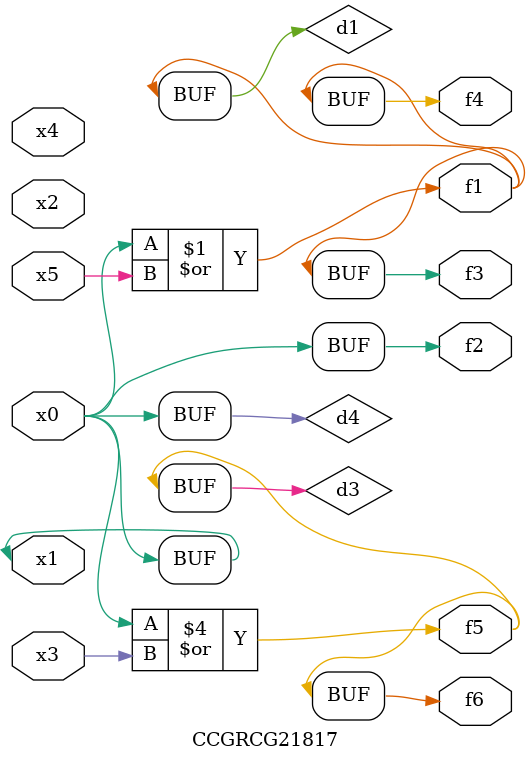
<source format=v>
module CCGRCG21817(
	input x0, x1, x2, x3, x4, x5,
	output f1, f2, f3, f4, f5, f6
);

	wire d1, d2, d3, d4;

	or (d1, x0, x5);
	xnor (d2, x1, x4);
	or (d3, x0, x3);
	buf (d4, x0, x1);
	assign f1 = d1;
	assign f2 = d4;
	assign f3 = d1;
	assign f4 = d1;
	assign f5 = d3;
	assign f6 = d3;
endmodule

</source>
